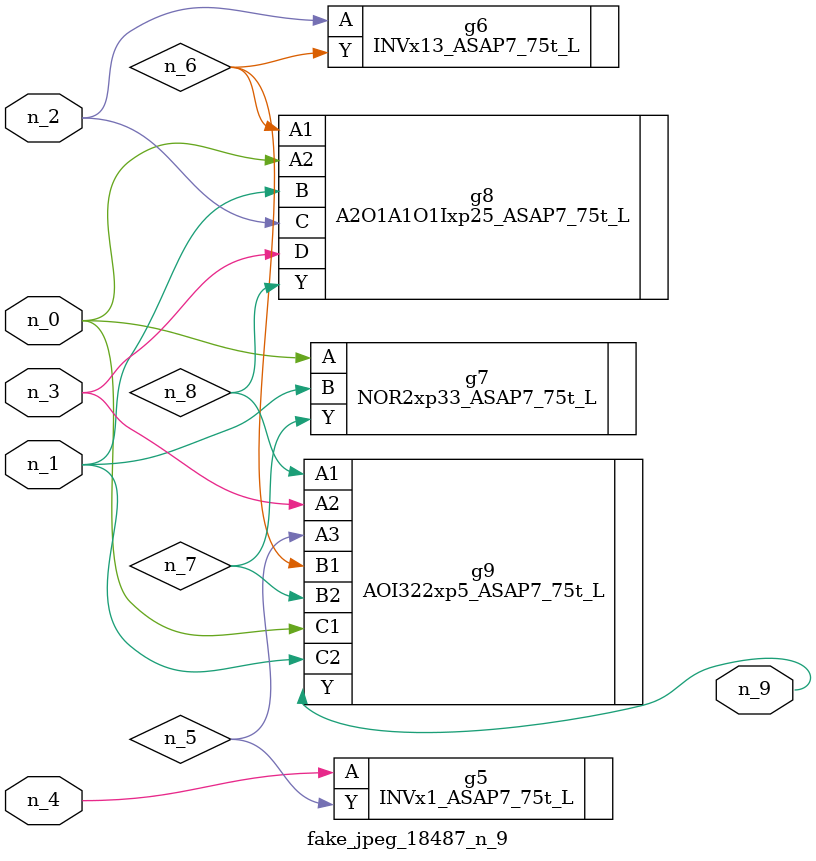
<source format=v>
module fake_jpeg_18487_n_9 (n_3, n_2, n_1, n_0, n_4, n_9);

input n_3;
input n_2;
input n_1;
input n_0;
input n_4;

output n_9;

wire n_8;
wire n_6;
wire n_5;
wire n_7;

INVx1_ASAP7_75t_L g5 ( 
.A(n_4),
.Y(n_5)
);

INVx13_ASAP7_75t_L g6 ( 
.A(n_2),
.Y(n_6)
);

NOR2xp33_ASAP7_75t_L g7 ( 
.A(n_0),
.B(n_1),
.Y(n_7)
);

A2O1A1O1Ixp25_ASAP7_75t_L g8 ( 
.A1(n_6),
.A2(n_0),
.B(n_1),
.C(n_2),
.D(n_3),
.Y(n_8)
);

AOI322xp5_ASAP7_75t_L g9 ( 
.A1(n_8),
.A2(n_3),
.A3(n_5),
.B1(n_6),
.B2(n_7),
.C1(n_0),
.C2(n_1),
.Y(n_9)
);


endmodule
</source>
